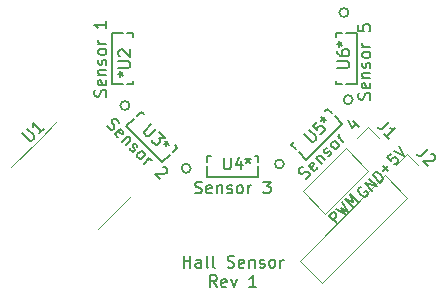
<source format=gbr>
G04 #@! TF.GenerationSoftware,KiCad,Pcbnew,(5.1.2)-2*
G04 #@! TF.CreationDate,2020-06-24T22:30:04-05:00*
G04 #@! TF.ProjectId,HallSensor,48616c6c-5365-46e7-936f-722e6b696361,rev?*
G04 #@! TF.SameCoordinates,Original*
G04 #@! TF.FileFunction,Legend,Top*
G04 #@! TF.FilePolarity,Positive*
%FSLAX46Y46*%
G04 Gerber Fmt 4.6, Leading zero omitted, Abs format (unit mm)*
G04 Created by KiCad (PCBNEW (5.1.2)-2) date 2020-06-24 22:30:04*
%MOMM*%
%LPD*%
G04 APERTURE LIST*
%ADD10C,0.150000*%
%ADD11C,0.146050*%
%ADD12C,0.120000*%
%ADD13C,0.152400*%
G04 APERTURE END LIST*
D10*
X117753333Y-106561380D02*
X117753333Y-105561380D01*
X117753333Y-106037571D02*
X118324761Y-106037571D01*
X118324761Y-106561380D02*
X118324761Y-105561380D01*
X119229523Y-106561380D02*
X119229523Y-106037571D01*
X119181904Y-105942333D01*
X119086666Y-105894714D01*
X118896190Y-105894714D01*
X118800952Y-105942333D01*
X119229523Y-106513761D02*
X119134285Y-106561380D01*
X118896190Y-106561380D01*
X118800952Y-106513761D01*
X118753333Y-106418523D01*
X118753333Y-106323285D01*
X118800952Y-106228047D01*
X118896190Y-106180428D01*
X119134285Y-106180428D01*
X119229523Y-106132809D01*
X119848571Y-106561380D02*
X119753333Y-106513761D01*
X119705714Y-106418523D01*
X119705714Y-105561380D01*
X120372380Y-106561380D02*
X120277142Y-106513761D01*
X120229523Y-106418523D01*
X120229523Y-105561380D01*
X121467619Y-106513761D02*
X121610476Y-106561380D01*
X121848571Y-106561380D01*
X121943809Y-106513761D01*
X121991428Y-106466142D01*
X122039047Y-106370904D01*
X122039047Y-106275666D01*
X121991428Y-106180428D01*
X121943809Y-106132809D01*
X121848571Y-106085190D01*
X121658095Y-106037571D01*
X121562857Y-105989952D01*
X121515238Y-105942333D01*
X121467619Y-105847095D01*
X121467619Y-105751857D01*
X121515238Y-105656619D01*
X121562857Y-105609000D01*
X121658095Y-105561380D01*
X121896190Y-105561380D01*
X122039047Y-105609000D01*
X122848571Y-106513761D02*
X122753333Y-106561380D01*
X122562857Y-106561380D01*
X122467619Y-106513761D01*
X122420000Y-106418523D01*
X122420000Y-106037571D01*
X122467619Y-105942333D01*
X122562857Y-105894714D01*
X122753333Y-105894714D01*
X122848571Y-105942333D01*
X122896190Y-106037571D01*
X122896190Y-106132809D01*
X122420000Y-106228047D01*
X123324761Y-105894714D02*
X123324761Y-106561380D01*
X123324761Y-105989952D02*
X123372380Y-105942333D01*
X123467619Y-105894714D01*
X123610476Y-105894714D01*
X123705714Y-105942333D01*
X123753333Y-106037571D01*
X123753333Y-106561380D01*
X124181904Y-106513761D02*
X124277142Y-106561380D01*
X124467619Y-106561380D01*
X124562857Y-106513761D01*
X124610476Y-106418523D01*
X124610476Y-106370904D01*
X124562857Y-106275666D01*
X124467619Y-106228047D01*
X124324761Y-106228047D01*
X124229523Y-106180428D01*
X124181904Y-106085190D01*
X124181904Y-106037571D01*
X124229523Y-105942333D01*
X124324761Y-105894714D01*
X124467619Y-105894714D01*
X124562857Y-105942333D01*
X125181904Y-106561380D02*
X125086666Y-106513761D01*
X125039047Y-106466142D01*
X124991428Y-106370904D01*
X124991428Y-106085190D01*
X125039047Y-105989952D01*
X125086666Y-105942333D01*
X125181904Y-105894714D01*
X125324761Y-105894714D01*
X125420000Y-105942333D01*
X125467619Y-105989952D01*
X125515238Y-106085190D01*
X125515238Y-106370904D01*
X125467619Y-106466142D01*
X125420000Y-106513761D01*
X125324761Y-106561380D01*
X125181904Y-106561380D01*
X125943809Y-106561380D02*
X125943809Y-105894714D01*
X125943809Y-106085190D02*
X125991428Y-105989952D01*
X126039047Y-105942333D01*
X126134285Y-105894714D01*
X126229523Y-105894714D01*
X120562857Y-108211380D02*
X120229523Y-107735190D01*
X119991428Y-108211380D02*
X119991428Y-107211380D01*
X120372380Y-107211380D01*
X120467619Y-107259000D01*
X120515238Y-107306619D01*
X120562857Y-107401857D01*
X120562857Y-107544714D01*
X120515238Y-107639952D01*
X120467619Y-107687571D01*
X120372380Y-107735190D01*
X119991428Y-107735190D01*
X121372380Y-108163761D02*
X121277142Y-108211380D01*
X121086666Y-108211380D01*
X120991428Y-108163761D01*
X120943809Y-108068523D01*
X120943809Y-107687571D01*
X120991428Y-107592333D01*
X121086666Y-107544714D01*
X121277142Y-107544714D01*
X121372380Y-107592333D01*
X121420000Y-107687571D01*
X121420000Y-107782809D01*
X120943809Y-107878047D01*
X121753333Y-107544714D02*
X121991428Y-108211380D01*
X122229523Y-107544714D01*
X123896190Y-108211380D02*
X123324761Y-108211380D01*
X123610476Y-108211380D02*
X123610476Y-107211380D01*
X123515238Y-107354238D01*
X123420000Y-107449476D01*
X123324761Y-107497095D01*
D11*
X130702211Y-102800788D02*
X130055632Y-102154210D01*
X130301948Y-101907894D01*
X130394316Y-101877105D01*
X130455895Y-101877105D01*
X130548263Y-101907894D01*
X130640632Y-102000262D01*
X130671421Y-102092631D01*
X130671421Y-102154210D01*
X130640632Y-102246578D01*
X130394316Y-102492894D01*
X130640632Y-101569210D02*
X131441157Y-102061841D01*
X131102473Y-101476842D01*
X131687473Y-101815526D01*
X131194842Y-101015000D01*
X132087736Y-101415263D02*
X131441157Y-100768684D01*
X132118525Y-101015000D01*
X131872210Y-100337632D01*
X132518788Y-100984211D01*
X132788079Y-99737341D02*
X132695711Y-99768131D01*
X132603342Y-99860499D01*
X132541763Y-99983657D01*
X132541763Y-100106815D01*
X132572553Y-100199183D01*
X132664921Y-100353130D01*
X132757290Y-100445499D01*
X132911237Y-100537867D01*
X133003605Y-100568657D01*
X133126763Y-100568657D01*
X133249921Y-100507078D01*
X133311500Y-100445499D01*
X133373079Y-100322341D01*
X133373079Y-100260762D01*
X133157552Y-100045236D01*
X133034395Y-100168394D01*
X133711763Y-100045236D02*
X133065184Y-99398658D01*
X134081236Y-99675763D01*
X133434658Y-99029184D01*
X134389130Y-99367868D02*
X133742552Y-98721290D01*
X133896499Y-98567342D01*
X134019657Y-98505763D01*
X134142815Y-98505763D01*
X134235183Y-98536553D01*
X134389130Y-98628921D01*
X134481499Y-98721290D01*
X134573867Y-98875237D01*
X134604657Y-98967605D01*
X134604657Y-99090763D01*
X134543078Y-99213921D01*
X134389130Y-99367868D01*
X134596869Y-98413499D02*
X135089500Y-97920868D01*
X135089500Y-98413499D02*
X134596869Y-97920868D01*
X135305026Y-96904816D02*
X134997131Y-97212710D01*
X135274236Y-97551394D01*
X135274236Y-97489815D01*
X135305026Y-97397447D01*
X135458973Y-97243500D01*
X135551341Y-97212710D01*
X135612920Y-97212710D01*
X135705289Y-97243500D01*
X135859236Y-97397447D01*
X135890025Y-97489815D01*
X135890025Y-97551394D01*
X135859236Y-97643763D01*
X135705289Y-97797710D01*
X135612920Y-97828499D01*
X135551341Y-97828499D01*
X135520552Y-96689290D02*
X136382657Y-97120342D01*
X135951604Y-96258237D01*
D12*
X133350000Y-94639096D02*
X134290452Y-95579548D01*
X132409548Y-95579548D02*
X133350000Y-94639096D01*
X131511522Y-96477574D02*
X133392426Y-98358478D01*
X133392426Y-98358478D02*
X129757898Y-101993006D01*
X131511522Y-96477574D02*
X127876994Y-100112102D01*
X127876994Y-100112102D02*
X129757898Y-101993006D01*
D13*
X113157000Y-92837000D02*
G75*
G03X113157000Y-92837000I-381000J0D01*
G01*
X112610685Y-86741000D02*
X111696500Y-86741000D01*
X112941315Y-91059000D02*
X113474500Y-91059000D01*
X113474500Y-87055763D02*
X113474500Y-86741000D01*
X111696500Y-91059000D02*
X112610685Y-91059000D01*
X111696500Y-86741000D02*
X111696500Y-91059000D01*
X113474500Y-86741000D02*
X112941315Y-86741000D01*
X113474500Y-91059000D02*
X113474500Y-90744237D01*
X118344854Y-98151854D02*
G75*
G03X118344854Y-98151854I-381000J0D01*
G01*
X113536435Y-93958226D02*
X112890009Y-94604653D01*
X116823513Y-96777723D02*
X117200532Y-96400704D01*
X114369816Y-93569988D02*
X114147245Y-93347417D01*
X115943296Y-97657940D02*
X116589723Y-97011513D01*
X112890009Y-94604653D02*
X115943296Y-97657940D01*
X114147245Y-93347417D02*
X113770226Y-93724435D01*
X117200532Y-96400704D02*
X116977961Y-96178133D01*
X126238000Y-97790000D02*
G75*
G03X126238000Y-97790000I-381000J0D01*
G01*
X119761000Y-97955315D02*
X119761000Y-98869500D01*
X124079000Y-97624685D02*
X124079000Y-97091500D01*
X120075763Y-97091500D02*
X119761000Y-97091500D01*
X124079000Y-98869500D02*
X124079000Y-97955315D01*
X119761000Y-98869500D02*
X124079000Y-98869500D01*
X119761000Y-97091500D02*
X119761000Y-97624685D01*
X124079000Y-97091500D02*
X123764237Y-97091500D01*
X132060854Y-92348146D02*
G75*
G03X132060854Y-92348146I-381000J0D01*
G01*
X127486226Y-96775565D02*
X128132653Y-97421991D01*
X130305723Y-93488487D02*
X129928704Y-93111468D01*
X127097988Y-95942184D02*
X126875417Y-96164755D01*
X131185940Y-94368704D02*
X130539513Y-93722277D01*
X128132653Y-97421991D02*
X131185940Y-94368704D01*
X126875417Y-96164755D02*
X127252435Y-96541774D01*
X129928704Y-93111468D02*
X129706133Y-93334039D01*
X131699000Y-84963000D02*
G75*
G03X131699000Y-84963000I-381000J0D01*
G01*
X131483315Y-91059000D02*
X132397500Y-91059000D01*
X131152685Y-86741000D02*
X130619500Y-86741000D01*
X130619500Y-90744237D02*
X130619500Y-91059000D01*
X132397500Y-86741000D02*
X131483315Y-86741000D01*
X132397500Y-91059000D02*
X132397500Y-86741000D01*
X130619500Y-91059000D02*
X131152685Y-91059000D01*
X130619500Y-86741000D02*
X130619500Y-87055763D01*
D12*
X136652000Y-96925096D02*
X137592452Y-97865548D01*
X135711548Y-97865548D02*
X136652000Y-96925096D01*
X134813522Y-98763574D02*
X136694426Y-100644478D01*
X136694426Y-100644478D02*
X129467795Y-107871109D01*
X134813522Y-98763574D02*
X127586891Y-105990205D01*
X127586891Y-105990205D02*
X129467795Y-107871109D01*
X111875930Y-101914108D02*
X113254788Y-100535249D01*
X111875930Y-101914108D02*
X110497071Y-103292966D01*
X105603892Y-95642070D02*
X106982751Y-94263212D01*
X105603892Y-95642070D02*
X103164374Y-98081589D01*
D10*
X135149081Y-94249513D02*
X134644005Y-94754589D01*
X134509318Y-94821933D01*
X134374631Y-94821933D01*
X134239944Y-94754589D01*
X134172601Y-94687246D01*
X135149081Y-95663727D02*
X134745020Y-95259666D01*
X134947051Y-95461696D02*
X135654158Y-94754589D01*
X135485799Y-94788261D01*
X135351112Y-94788261D01*
X135250097Y-94754589D01*
X112228380Y-89661904D02*
X113037904Y-89661904D01*
X113133142Y-89614285D01*
X113180761Y-89566666D01*
X113228380Y-89471428D01*
X113228380Y-89280952D01*
X113180761Y-89185714D01*
X113133142Y-89138095D01*
X113037904Y-89090476D01*
X112228380Y-89090476D01*
X112323619Y-88661904D02*
X112276000Y-88614285D01*
X112228380Y-88519047D01*
X112228380Y-88280952D01*
X112276000Y-88185714D01*
X112323619Y-88138095D01*
X112418857Y-88090476D01*
X112514095Y-88090476D01*
X112656952Y-88138095D01*
X113228380Y-88709523D01*
X113228380Y-88090476D01*
X111148761Y-92090476D02*
X111196380Y-91947619D01*
X111196380Y-91709523D01*
X111148761Y-91614285D01*
X111101142Y-91566666D01*
X111005904Y-91519047D01*
X110910666Y-91519047D01*
X110815428Y-91566666D01*
X110767809Y-91614285D01*
X110720190Y-91709523D01*
X110672571Y-91900000D01*
X110624952Y-91995238D01*
X110577333Y-92042857D01*
X110482095Y-92090476D01*
X110386857Y-92090476D01*
X110291619Y-92042857D01*
X110244000Y-91995238D01*
X110196380Y-91900000D01*
X110196380Y-91661904D01*
X110244000Y-91519047D01*
X111148761Y-90709523D02*
X111196380Y-90804761D01*
X111196380Y-90995238D01*
X111148761Y-91090476D01*
X111053523Y-91138095D01*
X110672571Y-91138095D01*
X110577333Y-91090476D01*
X110529714Y-90995238D01*
X110529714Y-90804761D01*
X110577333Y-90709523D01*
X110672571Y-90661904D01*
X110767809Y-90661904D01*
X110863047Y-91138095D01*
X110529714Y-90233333D02*
X111196380Y-90233333D01*
X110624952Y-90233333D02*
X110577333Y-90185714D01*
X110529714Y-90090476D01*
X110529714Y-89947619D01*
X110577333Y-89852380D01*
X110672571Y-89804761D01*
X111196380Y-89804761D01*
X111148761Y-89376190D02*
X111196380Y-89280952D01*
X111196380Y-89090476D01*
X111148761Y-88995238D01*
X111053523Y-88947619D01*
X111005904Y-88947619D01*
X110910666Y-88995238D01*
X110863047Y-89090476D01*
X110863047Y-89233333D01*
X110815428Y-89328571D01*
X110720190Y-89376190D01*
X110672571Y-89376190D01*
X110577333Y-89328571D01*
X110529714Y-89233333D01*
X110529714Y-89090476D01*
X110577333Y-88995238D01*
X111196380Y-88376190D02*
X111148761Y-88471428D01*
X111101142Y-88519047D01*
X111005904Y-88566666D01*
X110720190Y-88566666D01*
X110624952Y-88519047D01*
X110577333Y-88471428D01*
X110529714Y-88376190D01*
X110529714Y-88233333D01*
X110577333Y-88138095D01*
X110624952Y-88090476D01*
X110720190Y-88042857D01*
X111005904Y-88042857D01*
X111101142Y-88090476D01*
X111148761Y-88138095D01*
X111196380Y-88233333D01*
X111196380Y-88376190D01*
X111196380Y-87614285D02*
X110529714Y-87614285D01*
X110720190Y-87614285D02*
X110624952Y-87566666D01*
X110577333Y-87519047D01*
X110529714Y-87423809D01*
X110529714Y-87328571D01*
X111196380Y-85709523D02*
X111196380Y-86280952D01*
X111196380Y-85995238D02*
X110196380Y-85995238D01*
X110339238Y-86090476D01*
X110434476Y-86185714D01*
X110482095Y-86280952D01*
X112228380Y-90170000D02*
X112466476Y-90170000D01*
X112371238Y-90408095D02*
X112466476Y-90170000D01*
X112371238Y-89931904D01*
X112656952Y-90312857D02*
X112466476Y-90170000D01*
X112656952Y-90027142D01*
X112228380Y-90170000D02*
X112466476Y-90170000D01*
X112371238Y-90408095D02*
X112466476Y-90170000D01*
X112371238Y-89931904D01*
X112656952Y-90312857D02*
X112466476Y-90170000D01*
X112656952Y-90027142D01*
X115028451Y-94442000D02*
X114456031Y-95014420D01*
X114422359Y-95115435D01*
X114422359Y-95182779D01*
X114456031Y-95283794D01*
X114590718Y-95418481D01*
X114691733Y-95452153D01*
X114759077Y-95452153D01*
X114860092Y-95418481D01*
X115432512Y-94846061D01*
X115701886Y-95115435D02*
X116139618Y-95553168D01*
X115634542Y-95586840D01*
X115735557Y-95687855D01*
X115769229Y-95788870D01*
X115769229Y-95856214D01*
X115735557Y-95957229D01*
X115567199Y-96125588D01*
X115466183Y-96159260D01*
X115398840Y-96159260D01*
X115297825Y-96125588D01*
X115095794Y-95923557D01*
X115062122Y-95822542D01*
X115062122Y-95755199D01*
X111249782Y-94550202D02*
X111317126Y-94684889D01*
X111485485Y-94853248D01*
X111586500Y-94886920D01*
X111653843Y-94886920D01*
X111754859Y-94853248D01*
X111822202Y-94785904D01*
X111855874Y-94684889D01*
X111855874Y-94617546D01*
X111822202Y-94516530D01*
X111721187Y-94348172D01*
X111687515Y-94247156D01*
X111687515Y-94179813D01*
X111721187Y-94078798D01*
X111788530Y-94011454D01*
X111889546Y-93977782D01*
X111956889Y-93977782D01*
X112057904Y-94011454D01*
X112226263Y-94179813D01*
X112293607Y-94314500D01*
X112226263Y-95526683D02*
X112125248Y-95493011D01*
X111990561Y-95358324D01*
X111956889Y-95257309D01*
X111990561Y-95156294D01*
X112259935Y-94886920D01*
X112360950Y-94853248D01*
X112461965Y-94886920D01*
X112596652Y-95021607D01*
X112630324Y-95122622D01*
X112596652Y-95223637D01*
X112529309Y-95290981D01*
X112125248Y-95021607D01*
X113000713Y-95425668D02*
X112529309Y-95897072D01*
X112933370Y-95493011D02*
X113000713Y-95493011D01*
X113101729Y-95526683D01*
X113202744Y-95627698D01*
X113236416Y-95728713D01*
X113202744Y-95829729D01*
X112832355Y-96200118D01*
X113169072Y-96469492D02*
X113202744Y-96570507D01*
X113337431Y-96705194D01*
X113438446Y-96738866D01*
X113539461Y-96705194D01*
X113573133Y-96671522D01*
X113606805Y-96570507D01*
X113573133Y-96469492D01*
X113472118Y-96368477D01*
X113438446Y-96267461D01*
X113472118Y-96166446D01*
X113505790Y-96132774D01*
X113606805Y-96099103D01*
X113707820Y-96132774D01*
X113808835Y-96233790D01*
X113842507Y-96334805D01*
X113842507Y-97210270D02*
X113808835Y-97109255D01*
X113808835Y-97041912D01*
X113842507Y-96940896D01*
X114044538Y-96738866D01*
X114145553Y-96705194D01*
X114212896Y-96705194D01*
X114313912Y-96738866D01*
X114414927Y-96839881D01*
X114448599Y-96940896D01*
X114448599Y-97008240D01*
X114414927Y-97109255D01*
X114212896Y-97311286D01*
X114111881Y-97344957D01*
X114044538Y-97344957D01*
X113943522Y-97311286D01*
X113842507Y-97210270D01*
X114381255Y-97749018D02*
X114852660Y-97277614D01*
X114717973Y-97412301D02*
X114818988Y-97378629D01*
X114886331Y-97378629D01*
X114987347Y-97412301D01*
X115054690Y-97479644D01*
X115963827Y-98052064D02*
X116031171Y-98052064D01*
X116132186Y-98085736D01*
X116300545Y-98254095D01*
X116334217Y-98355110D01*
X116334217Y-98422453D01*
X116300545Y-98523469D01*
X116233201Y-98590812D01*
X116098514Y-98658156D01*
X115290392Y-98658156D01*
X115728125Y-99095888D01*
X116465225Y-95878774D02*
X116296866Y-96047133D01*
X116195851Y-95811431D02*
X116296866Y-96047133D01*
X116532568Y-96148148D01*
X116061164Y-96080805D02*
X116296866Y-96047133D01*
X116263194Y-96282835D01*
X116465225Y-95878774D02*
X116296866Y-96047133D01*
X116195851Y-95811431D02*
X116296866Y-96047133D01*
X116532568Y-96148148D01*
X116061164Y-96080805D02*
X116296866Y-96047133D01*
X116263194Y-96282835D01*
X121158095Y-97242380D02*
X121158095Y-98051904D01*
X121205714Y-98147142D01*
X121253333Y-98194761D01*
X121348571Y-98242380D01*
X121539047Y-98242380D01*
X121634285Y-98194761D01*
X121681904Y-98147142D01*
X121729523Y-98051904D01*
X121729523Y-97242380D01*
X122634285Y-97575714D02*
X122634285Y-98242380D01*
X122396190Y-97194761D02*
X122158095Y-97909047D01*
X122777142Y-97909047D01*
X118729523Y-100226761D02*
X118872380Y-100274380D01*
X119110476Y-100274380D01*
X119205714Y-100226761D01*
X119253333Y-100179142D01*
X119300952Y-100083904D01*
X119300952Y-99988666D01*
X119253333Y-99893428D01*
X119205714Y-99845809D01*
X119110476Y-99798190D01*
X118920000Y-99750571D01*
X118824761Y-99702952D01*
X118777142Y-99655333D01*
X118729523Y-99560095D01*
X118729523Y-99464857D01*
X118777142Y-99369619D01*
X118824761Y-99322000D01*
X118920000Y-99274380D01*
X119158095Y-99274380D01*
X119300952Y-99322000D01*
X120110476Y-100226761D02*
X120015238Y-100274380D01*
X119824761Y-100274380D01*
X119729523Y-100226761D01*
X119681904Y-100131523D01*
X119681904Y-99750571D01*
X119729523Y-99655333D01*
X119824761Y-99607714D01*
X120015238Y-99607714D01*
X120110476Y-99655333D01*
X120158095Y-99750571D01*
X120158095Y-99845809D01*
X119681904Y-99941047D01*
X120586666Y-99607714D02*
X120586666Y-100274380D01*
X120586666Y-99702952D02*
X120634285Y-99655333D01*
X120729523Y-99607714D01*
X120872380Y-99607714D01*
X120967619Y-99655333D01*
X121015238Y-99750571D01*
X121015238Y-100274380D01*
X121443809Y-100226761D02*
X121539047Y-100274380D01*
X121729523Y-100274380D01*
X121824761Y-100226761D01*
X121872380Y-100131523D01*
X121872380Y-100083904D01*
X121824761Y-99988666D01*
X121729523Y-99941047D01*
X121586666Y-99941047D01*
X121491428Y-99893428D01*
X121443809Y-99798190D01*
X121443809Y-99750571D01*
X121491428Y-99655333D01*
X121586666Y-99607714D01*
X121729523Y-99607714D01*
X121824761Y-99655333D01*
X122443809Y-100274380D02*
X122348571Y-100226761D01*
X122300952Y-100179142D01*
X122253333Y-100083904D01*
X122253333Y-99798190D01*
X122300952Y-99702952D01*
X122348571Y-99655333D01*
X122443809Y-99607714D01*
X122586666Y-99607714D01*
X122681904Y-99655333D01*
X122729523Y-99702952D01*
X122777142Y-99798190D01*
X122777142Y-100083904D01*
X122729523Y-100179142D01*
X122681904Y-100226761D01*
X122586666Y-100274380D01*
X122443809Y-100274380D01*
X123205714Y-100274380D02*
X123205714Y-99607714D01*
X123205714Y-99798190D02*
X123253333Y-99702952D01*
X123300952Y-99655333D01*
X123396190Y-99607714D01*
X123491428Y-99607714D01*
X124491428Y-99274380D02*
X125110476Y-99274380D01*
X124777142Y-99655333D01*
X124920000Y-99655333D01*
X125015238Y-99702952D01*
X125062857Y-99750571D01*
X125110476Y-99845809D01*
X125110476Y-100083904D01*
X125062857Y-100179142D01*
X125015238Y-100226761D01*
X124920000Y-100274380D01*
X124634285Y-100274380D01*
X124539047Y-100226761D01*
X124491428Y-100179142D01*
X123190000Y-97242380D02*
X123190000Y-97480476D01*
X122951904Y-97385238D02*
X123190000Y-97480476D01*
X123428095Y-97385238D01*
X123047142Y-97670952D02*
X123190000Y-97480476D01*
X123332857Y-97670952D01*
X123190000Y-97242380D02*
X123190000Y-97480476D01*
X122951904Y-97385238D02*
X123190000Y-97480476D01*
X123428095Y-97385238D01*
X123047142Y-97670952D02*
X123190000Y-97480476D01*
X123332857Y-97670952D01*
X127970000Y-95283548D02*
X128542420Y-95855968D01*
X128643435Y-95889640D01*
X128710779Y-95889640D01*
X128811794Y-95855968D01*
X128946481Y-95721281D01*
X128980153Y-95620266D01*
X128980153Y-95552922D01*
X128946481Y-95451907D01*
X128374061Y-94879487D01*
X129047496Y-94206052D02*
X128710779Y-94542770D01*
X129013825Y-94913159D01*
X129013825Y-94845816D01*
X129047496Y-94744800D01*
X129215855Y-94576442D01*
X129316870Y-94542770D01*
X129384214Y-94542770D01*
X129485229Y-94576442D01*
X129653588Y-94744800D01*
X129687260Y-94845816D01*
X129687260Y-94913159D01*
X129653588Y-95014174D01*
X129485229Y-95182533D01*
X129384214Y-95216205D01*
X129316870Y-95216205D01*
X128078202Y-99062217D02*
X128212889Y-98994873D01*
X128381248Y-98826514D01*
X128414920Y-98725499D01*
X128414920Y-98658156D01*
X128381248Y-98557140D01*
X128313904Y-98489797D01*
X128212889Y-98456125D01*
X128145546Y-98456125D01*
X128044530Y-98489797D01*
X127876172Y-98590812D01*
X127775156Y-98624484D01*
X127707813Y-98624484D01*
X127606798Y-98590812D01*
X127539454Y-98523469D01*
X127505782Y-98422453D01*
X127505782Y-98355110D01*
X127539454Y-98254095D01*
X127707813Y-98085736D01*
X127842500Y-98018392D01*
X129054683Y-98085736D02*
X129021011Y-98186751D01*
X128886324Y-98321438D01*
X128785309Y-98355110D01*
X128684294Y-98321438D01*
X128414920Y-98052064D01*
X128381248Y-97951049D01*
X128414920Y-97850034D01*
X128549607Y-97715347D01*
X128650622Y-97681675D01*
X128751637Y-97715347D01*
X128818981Y-97782690D01*
X128549607Y-98186751D01*
X128953668Y-97311286D02*
X129425072Y-97782690D01*
X129021011Y-97378629D02*
X129021011Y-97311286D01*
X129054683Y-97210270D01*
X129155698Y-97109255D01*
X129256713Y-97075583D01*
X129357729Y-97109255D01*
X129728118Y-97479644D01*
X129997492Y-97142927D02*
X130098507Y-97109255D01*
X130233194Y-96974568D01*
X130266866Y-96873553D01*
X130233194Y-96772538D01*
X130199522Y-96738866D01*
X130098507Y-96705194D01*
X129997492Y-96738866D01*
X129896477Y-96839881D01*
X129795461Y-96873553D01*
X129694446Y-96839881D01*
X129660774Y-96806209D01*
X129627103Y-96705194D01*
X129660774Y-96604179D01*
X129761790Y-96503164D01*
X129862805Y-96469492D01*
X130738270Y-96469492D02*
X130637255Y-96503164D01*
X130569912Y-96503164D01*
X130468896Y-96469492D01*
X130266866Y-96267461D01*
X130233194Y-96166446D01*
X130233194Y-96099103D01*
X130266866Y-95998087D01*
X130367881Y-95897072D01*
X130468896Y-95863400D01*
X130536240Y-95863400D01*
X130637255Y-95897072D01*
X130839286Y-96099103D01*
X130872957Y-96200118D01*
X130872957Y-96267461D01*
X130839286Y-96368477D01*
X130738270Y-96469492D01*
X131277018Y-95930744D02*
X130805614Y-95459339D01*
X130940301Y-95594026D02*
X130906629Y-95493011D01*
X130906629Y-95425668D01*
X130940301Y-95324652D01*
X131007644Y-95257309D01*
X132085140Y-94179813D02*
X132556545Y-94651217D01*
X131647408Y-94078798D02*
X131984125Y-94752233D01*
X132421858Y-94314500D01*
X129406774Y-93846774D02*
X129575133Y-94015133D01*
X129339431Y-94116148D02*
X129575133Y-94015133D01*
X129676148Y-93779431D01*
X129608805Y-94250835D02*
X129575133Y-94015133D01*
X129810835Y-94048805D01*
X129406774Y-93846774D02*
X129575133Y-94015133D01*
X129339431Y-94116148D02*
X129575133Y-94015133D01*
X129676148Y-93779431D01*
X129608805Y-94250835D02*
X129575133Y-94015133D01*
X129810835Y-94048805D01*
X130770380Y-89661904D02*
X131579904Y-89661904D01*
X131675142Y-89614285D01*
X131722761Y-89566666D01*
X131770380Y-89471428D01*
X131770380Y-89280952D01*
X131722761Y-89185714D01*
X131675142Y-89138095D01*
X131579904Y-89090476D01*
X130770380Y-89090476D01*
X130770380Y-88185714D02*
X130770380Y-88376190D01*
X130818000Y-88471428D01*
X130865619Y-88519047D01*
X131008476Y-88614285D01*
X131198952Y-88661904D01*
X131579904Y-88661904D01*
X131675142Y-88614285D01*
X131722761Y-88566666D01*
X131770380Y-88471428D01*
X131770380Y-88280952D01*
X131722761Y-88185714D01*
X131675142Y-88138095D01*
X131579904Y-88090476D01*
X131341809Y-88090476D01*
X131246571Y-88138095D01*
X131198952Y-88185714D01*
X131151333Y-88280952D01*
X131151333Y-88471428D01*
X131198952Y-88566666D01*
X131246571Y-88614285D01*
X131341809Y-88661904D01*
X133500761Y-92344476D02*
X133548380Y-92201619D01*
X133548380Y-91963523D01*
X133500761Y-91868285D01*
X133453142Y-91820666D01*
X133357904Y-91773047D01*
X133262666Y-91773047D01*
X133167428Y-91820666D01*
X133119809Y-91868285D01*
X133072190Y-91963523D01*
X133024571Y-92154000D01*
X132976952Y-92249238D01*
X132929333Y-92296857D01*
X132834095Y-92344476D01*
X132738857Y-92344476D01*
X132643619Y-92296857D01*
X132596000Y-92249238D01*
X132548380Y-92154000D01*
X132548380Y-91915904D01*
X132596000Y-91773047D01*
X133500761Y-90963523D02*
X133548380Y-91058761D01*
X133548380Y-91249238D01*
X133500761Y-91344476D01*
X133405523Y-91392095D01*
X133024571Y-91392095D01*
X132929333Y-91344476D01*
X132881714Y-91249238D01*
X132881714Y-91058761D01*
X132929333Y-90963523D01*
X133024571Y-90915904D01*
X133119809Y-90915904D01*
X133215047Y-91392095D01*
X132881714Y-90487333D02*
X133548380Y-90487333D01*
X132976952Y-90487333D02*
X132929333Y-90439714D01*
X132881714Y-90344476D01*
X132881714Y-90201619D01*
X132929333Y-90106380D01*
X133024571Y-90058761D01*
X133548380Y-90058761D01*
X133500761Y-89630190D02*
X133548380Y-89534952D01*
X133548380Y-89344476D01*
X133500761Y-89249238D01*
X133405523Y-89201619D01*
X133357904Y-89201619D01*
X133262666Y-89249238D01*
X133215047Y-89344476D01*
X133215047Y-89487333D01*
X133167428Y-89582571D01*
X133072190Y-89630190D01*
X133024571Y-89630190D01*
X132929333Y-89582571D01*
X132881714Y-89487333D01*
X132881714Y-89344476D01*
X132929333Y-89249238D01*
X133548380Y-88630190D02*
X133500761Y-88725428D01*
X133453142Y-88773047D01*
X133357904Y-88820666D01*
X133072190Y-88820666D01*
X132976952Y-88773047D01*
X132929333Y-88725428D01*
X132881714Y-88630190D01*
X132881714Y-88487333D01*
X132929333Y-88392095D01*
X132976952Y-88344476D01*
X133072190Y-88296857D01*
X133357904Y-88296857D01*
X133453142Y-88344476D01*
X133500761Y-88392095D01*
X133548380Y-88487333D01*
X133548380Y-88630190D01*
X133548380Y-87868285D02*
X132881714Y-87868285D01*
X133072190Y-87868285D02*
X132976952Y-87820666D01*
X132929333Y-87773047D01*
X132881714Y-87677809D01*
X132881714Y-87582571D01*
X132548380Y-86011142D02*
X132548380Y-86487333D01*
X133024571Y-86534952D01*
X132976952Y-86487333D01*
X132929333Y-86392095D01*
X132929333Y-86154000D01*
X132976952Y-86058761D01*
X133024571Y-86011142D01*
X133119809Y-85963523D01*
X133357904Y-85963523D01*
X133453142Y-86011142D01*
X133500761Y-86058761D01*
X133548380Y-86154000D01*
X133548380Y-86392095D01*
X133500761Y-86487333D01*
X133453142Y-86534952D01*
X130770380Y-87630000D02*
X131008476Y-87630000D01*
X130913238Y-87868095D02*
X131008476Y-87630000D01*
X130913238Y-87391904D01*
X131198952Y-87772857D02*
X131008476Y-87630000D01*
X131198952Y-87487142D01*
X130770380Y-87630000D02*
X131008476Y-87630000D01*
X130913238Y-87868095D02*
X131008476Y-87630000D01*
X130913238Y-87391904D01*
X131198952Y-87772857D02*
X131008476Y-87630000D01*
X131198952Y-87487142D01*
X138451081Y-96535513D02*
X137946005Y-97040589D01*
X137811318Y-97107933D01*
X137676631Y-97107933D01*
X137541944Y-97040589D01*
X137474601Y-96973246D01*
X138686784Y-96905902D02*
X138754127Y-96905902D01*
X138855142Y-96939574D01*
X139023501Y-97107933D01*
X139057173Y-97208948D01*
X139057173Y-97276292D01*
X139023501Y-97377307D01*
X138956158Y-97444650D01*
X138821471Y-97511994D01*
X138013349Y-97511994D01*
X138451081Y-97949727D01*
X104080413Y-95196087D02*
X104652833Y-95768507D01*
X104753848Y-95802179D01*
X104821192Y-95802179D01*
X104922207Y-95768507D01*
X105056894Y-95633820D01*
X105090566Y-95532805D01*
X105090566Y-95465461D01*
X105056894Y-95364446D01*
X104484474Y-94792026D01*
X105898688Y-94792026D02*
X105494627Y-95196087D01*
X105696657Y-94994057D02*
X104989551Y-94286950D01*
X105023222Y-94455309D01*
X105023222Y-94589996D01*
X104989551Y-94691011D01*
M02*

</source>
